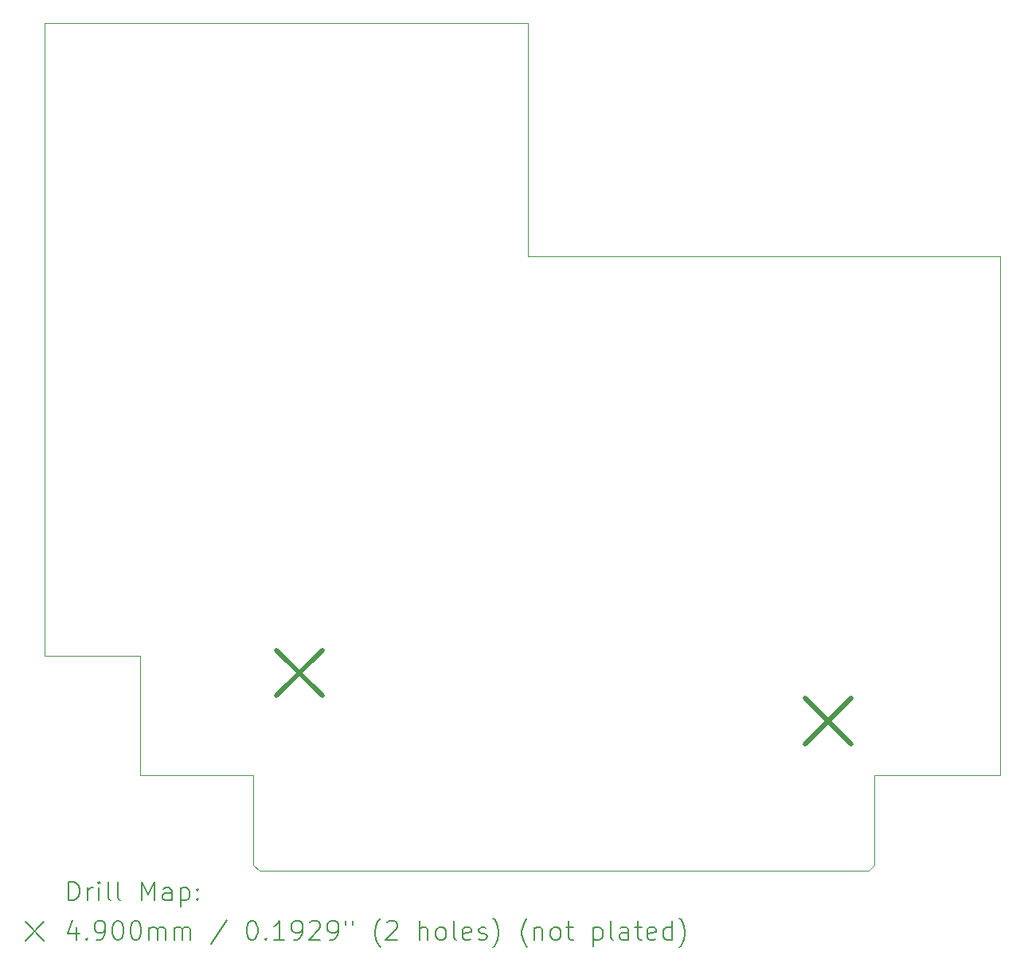
<source format=gbr>
%TF.GenerationSoftware,KiCad,Pcbnew,7.0.7*%
%TF.CreationDate,2023-10-18T23:35:03-07:00*%
%TF.ProjectId,WonrderTANG,576f6e72-6465-4725-9441-4e472e6b6963,rev?*%
%TF.SameCoordinates,Original*%
%TF.FileFunction,Drillmap*%
%TF.FilePolarity,Positive*%
%FSLAX45Y45*%
G04 Gerber Fmt 4.5, Leading zero omitted, Abs format (unit mm)*
G04 Created by KiCad (PCBNEW 7.0.7) date 2023-10-18 23:35:03*
%MOMM*%
%LPD*%
G01*
G04 APERTURE LIST*
%ADD10C,0.050000*%
%ADD11C,0.200000*%
%ADD12C,0.490000*%
G04 APERTURE END LIST*
D10*
X14478000Y-14287500D02*
X14414500Y-14351000D01*
X7874000Y-14287500D02*
X7874000Y-13335000D01*
X10795000Y-5334000D02*
X10795000Y-7810500D01*
X15811000Y-7810500D02*
X15811500Y-13335000D01*
X14414500Y-14351000D02*
X7937500Y-14351000D01*
X10795000Y-7810500D02*
X15811000Y-7810500D01*
X7874000Y-13335000D02*
X6667500Y-13335000D01*
X14478000Y-13335000D02*
X14478000Y-14287500D01*
X6667500Y-12065000D02*
X5651500Y-12065000D01*
X6667500Y-13335000D02*
X6667500Y-12065000D01*
X5651500Y-12065000D02*
X5651500Y-5334000D01*
X5651500Y-5334000D02*
X10795000Y-5334000D01*
X7937500Y-14351000D02*
X7874000Y-14287500D01*
X15811500Y-13335000D02*
X14478000Y-13335000D01*
D11*
D12*
X8121000Y-12001500D02*
X8611000Y-12491500D01*
X8611000Y-12001500D02*
X8121000Y-12491500D01*
X13741000Y-12511500D02*
X14231000Y-13001500D01*
X14231000Y-12511500D02*
X13741000Y-13001500D01*
D11*
X5909777Y-14664984D02*
X5909777Y-14464984D01*
X5909777Y-14464984D02*
X5957396Y-14464984D01*
X5957396Y-14464984D02*
X5985967Y-14474508D01*
X5985967Y-14474508D02*
X6005015Y-14493555D01*
X6005015Y-14493555D02*
X6014539Y-14512603D01*
X6014539Y-14512603D02*
X6024062Y-14550698D01*
X6024062Y-14550698D02*
X6024062Y-14579269D01*
X6024062Y-14579269D02*
X6014539Y-14617365D01*
X6014539Y-14617365D02*
X6005015Y-14636412D01*
X6005015Y-14636412D02*
X5985967Y-14655460D01*
X5985967Y-14655460D02*
X5957396Y-14664984D01*
X5957396Y-14664984D02*
X5909777Y-14664984D01*
X6109777Y-14664984D02*
X6109777Y-14531650D01*
X6109777Y-14569746D02*
X6119301Y-14550698D01*
X6119301Y-14550698D02*
X6128824Y-14541174D01*
X6128824Y-14541174D02*
X6147872Y-14531650D01*
X6147872Y-14531650D02*
X6166920Y-14531650D01*
X6233586Y-14664984D02*
X6233586Y-14531650D01*
X6233586Y-14464984D02*
X6224062Y-14474508D01*
X6224062Y-14474508D02*
X6233586Y-14484031D01*
X6233586Y-14484031D02*
X6243110Y-14474508D01*
X6243110Y-14474508D02*
X6233586Y-14464984D01*
X6233586Y-14464984D02*
X6233586Y-14484031D01*
X6357396Y-14664984D02*
X6338348Y-14655460D01*
X6338348Y-14655460D02*
X6328824Y-14636412D01*
X6328824Y-14636412D02*
X6328824Y-14464984D01*
X6462158Y-14664984D02*
X6443110Y-14655460D01*
X6443110Y-14655460D02*
X6433586Y-14636412D01*
X6433586Y-14636412D02*
X6433586Y-14464984D01*
X6690729Y-14664984D02*
X6690729Y-14464984D01*
X6690729Y-14464984D02*
X6757396Y-14607841D01*
X6757396Y-14607841D02*
X6824062Y-14464984D01*
X6824062Y-14464984D02*
X6824062Y-14664984D01*
X7005015Y-14664984D02*
X7005015Y-14560222D01*
X7005015Y-14560222D02*
X6995491Y-14541174D01*
X6995491Y-14541174D02*
X6976443Y-14531650D01*
X6976443Y-14531650D02*
X6938348Y-14531650D01*
X6938348Y-14531650D02*
X6919301Y-14541174D01*
X7005015Y-14655460D02*
X6985967Y-14664984D01*
X6985967Y-14664984D02*
X6938348Y-14664984D01*
X6938348Y-14664984D02*
X6919301Y-14655460D01*
X6919301Y-14655460D02*
X6909777Y-14636412D01*
X6909777Y-14636412D02*
X6909777Y-14617365D01*
X6909777Y-14617365D02*
X6919301Y-14598317D01*
X6919301Y-14598317D02*
X6938348Y-14588793D01*
X6938348Y-14588793D02*
X6985967Y-14588793D01*
X6985967Y-14588793D02*
X7005015Y-14579269D01*
X7100253Y-14531650D02*
X7100253Y-14731650D01*
X7100253Y-14541174D02*
X7119301Y-14531650D01*
X7119301Y-14531650D02*
X7157396Y-14531650D01*
X7157396Y-14531650D02*
X7176443Y-14541174D01*
X7176443Y-14541174D02*
X7185967Y-14550698D01*
X7185967Y-14550698D02*
X7195491Y-14569746D01*
X7195491Y-14569746D02*
X7195491Y-14626888D01*
X7195491Y-14626888D02*
X7185967Y-14645936D01*
X7185967Y-14645936D02*
X7176443Y-14655460D01*
X7176443Y-14655460D02*
X7157396Y-14664984D01*
X7157396Y-14664984D02*
X7119301Y-14664984D01*
X7119301Y-14664984D02*
X7100253Y-14655460D01*
X7281205Y-14645936D02*
X7290729Y-14655460D01*
X7290729Y-14655460D02*
X7281205Y-14664984D01*
X7281205Y-14664984D02*
X7271682Y-14655460D01*
X7271682Y-14655460D02*
X7281205Y-14645936D01*
X7281205Y-14645936D02*
X7281205Y-14664984D01*
X7281205Y-14541174D02*
X7290729Y-14550698D01*
X7290729Y-14550698D02*
X7281205Y-14560222D01*
X7281205Y-14560222D02*
X7271682Y-14550698D01*
X7271682Y-14550698D02*
X7281205Y-14541174D01*
X7281205Y-14541174D02*
X7281205Y-14560222D01*
X5449000Y-14893500D02*
X5649000Y-15093500D01*
X5649000Y-14893500D02*
X5449000Y-15093500D01*
X5995491Y-14951650D02*
X5995491Y-15084984D01*
X5947872Y-14875460D02*
X5900253Y-15018317D01*
X5900253Y-15018317D02*
X6024062Y-15018317D01*
X6100253Y-15065936D02*
X6109777Y-15075460D01*
X6109777Y-15075460D02*
X6100253Y-15084984D01*
X6100253Y-15084984D02*
X6090729Y-15075460D01*
X6090729Y-15075460D02*
X6100253Y-15065936D01*
X6100253Y-15065936D02*
X6100253Y-15084984D01*
X6205015Y-15084984D02*
X6243110Y-15084984D01*
X6243110Y-15084984D02*
X6262158Y-15075460D01*
X6262158Y-15075460D02*
X6271682Y-15065936D01*
X6271682Y-15065936D02*
X6290729Y-15037365D01*
X6290729Y-15037365D02*
X6300253Y-14999269D01*
X6300253Y-14999269D02*
X6300253Y-14923079D01*
X6300253Y-14923079D02*
X6290729Y-14904031D01*
X6290729Y-14904031D02*
X6281205Y-14894508D01*
X6281205Y-14894508D02*
X6262158Y-14884984D01*
X6262158Y-14884984D02*
X6224062Y-14884984D01*
X6224062Y-14884984D02*
X6205015Y-14894508D01*
X6205015Y-14894508D02*
X6195491Y-14904031D01*
X6195491Y-14904031D02*
X6185967Y-14923079D01*
X6185967Y-14923079D02*
X6185967Y-14970698D01*
X6185967Y-14970698D02*
X6195491Y-14989746D01*
X6195491Y-14989746D02*
X6205015Y-14999269D01*
X6205015Y-14999269D02*
X6224062Y-15008793D01*
X6224062Y-15008793D02*
X6262158Y-15008793D01*
X6262158Y-15008793D02*
X6281205Y-14999269D01*
X6281205Y-14999269D02*
X6290729Y-14989746D01*
X6290729Y-14989746D02*
X6300253Y-14970698D01*
X6424062Y-14884984D02*
X6443110Y-14884984D01*
X6443110Y-14884984D02*
X6462158Y-14894508D01*
X6462158Y-14894508D02*
X6471682Y-14904031D01*
X6471682Y-14904031D02*
X6481205Y-14923079D01*
X6481205Y-14923079D02*
X6490729Y-14961174D01*
X6490729Y-14961174D02*
X6490729Y-15008793D01*
X6490729Y-15008793D02*
X6481205Y-15046888D01*
X6481205Y-15046888D02*
X6471682Y-15065936D01*
X6471682Y-15065936D02*
X6462158Y-15075460D01*
X6462158Y-15075460D02*
X6443110Y-15084984D01*
X6443110Y-15084984D02*
X6424062Y-15084984D01*
X6424062Y-15084984D02*
X6405015Y-15075460D01*
X6405015Y-15075460D02*
X6395491Y-15065936D01*
X6395491Y-15065936D02*
X6385967Y-15046888D01*
X6385967Y-15046888D02*
X6376443Y-15008793D01*
X6376443Y-15008793D02*
X6376443Y-14961174D01*
X6376443Y-14961174D02*
X6385967Y-14923079D01*
X6385967Y-14923079D02*
X6395491Y-14904031D01*
X6395491Y-14904031D02*
X6405015Y-14894508D01*
X6405015Y-14894508D02*
X6424062Y-14884984D01*
X6614539Y-14884984D02*
X6633586Y-14884984D01*
X6633586Y-14884984D02*
X6652634Y-14894508D01*
X6652634Y-14894508D02*
X6662158Y-14904031D01*
X6662158Y-14904031D02*
X6671682Y-14923079D01*
X6671682Y-14923079D02*
X6681205Y-14961174D01*
X6681205Y-14961174D02*
X6681205Y-15008793D01*
X6681205Y-15008793D02*
X6671682Y-15046888D01*
X6671682Y-15046888D02*
X6662158Y-15065936D01*
X6662158Y-15065936D02*
X6652634Y-15075460D01*
X6652634Y-15075460D02*
X6633586Y-15084984D01*
X6633586Y-15084984D02*
X6614539Y-15084984D01*
X6614539Y-15084984D02*
X6595491Y-15075460D01*
X6595491Y-15075460D02*
X6585967Y-15065936D01*
X6585967Y-15065936D02*
X6576443Y-15046888D01*
X6576443Y-15046888D02*
X6566920Y-15008793D01*
X6566920Y-15008793D02*
X6566920Y-14961174D01*
X6566920Y-14961174D02*
X6576443Y-14923079D01*
X6576443Y-14923079D02*
X6585967Y-14904031D01*
X6585967Y-14904031D02*
X6595491Y-14894508D01*
X6595491Y-14894508D02*
X6614539Y-14884984D01*
X6766920Y-15084984D02*
X6766920Y-14951650D01*
X6766920Y-14970698D02*
X6776443Y-14961174D01*
X6776443Y-14961174D02*
X6795491Y-14951650D01*
X6795491Y-14951650D02*
X6824063Y-14951650D01*
X6824063Y-14951650D02*
X6843110Y-14961174D01*
X6843110Y-14961174D02*
X6852634Y-14980222D01*
X6852634Y-14980222D02*
X6852634Y-15084984D01*
X6852634Y-14980222D02*
X6862158Y-14961174D01*
X6862158Y-14961174D02*
X6881205Y-14951650D01*
X6881205Y-14951650D02*
X6909777Y-14951650D01*
X6909777Y-14951650D02*
X6928824Y-14961174D01*
X6928824Y-14961174D02*
X6938348Y-14980222D01*
X6938348Y-14980222D02*
X6938348Y-15084984D01*
X7033586Y-15084984D02*
X7033586Y-14951650D01*
X7033586Y-14970698D02*
X7043110Y-14961174D01*
X7043110Y-14961174D02*
X7062158Y-14951650D01*
X7062158Y-14951650D02*
X7090729Y-14951650D01*
X7090729Y-14951650D02*
X7109777Y-14961174D01*
X7109777Y-14961174D02*
X7119301Y-14980222D01*
X7119301Y-14980222D02*
X7119301Y-15084984D01*
X7119301Y-14980222D02*
X7128824Y-14961174D01*
X7128824Y-14961174D02*
X7147872Y-14951650D01*
X7147872Y-14951650D02*
X7176443Y-14951650D01*
X7176443Y-14951650D02*
X7195491Y-14961174D01*
X7195491Y-14961174D02*
X7205015Y-14980222D01*
X7205015Y-14980222D02*
X7205015Y-15084984D01*
X7595491Y-14875460D02*
X7424063Y-15132603D01*
X7852634Y-14884984D02*
X7871682Y-14884984D01*
X7871682Y-14884984D02*
X7890729Y-14894508D01*
X7890729Y-14894508D02*
X7900253Y-14904031D01*
X7900253Y-14904031D02*
X7909777Y-14923079D01*
X7909777Y-14923079D02*
X7919301Y-14961174D01*
X7919301Y-14961174D02*
X7919301Y-15008793D01*
X7919301Y-15008793D02*
X7909777Y-15046888D01*
X7909777Y-15046888D02*
X7900253Y-15065936D01*
X7900253Y-15065936D02*
X7890729Y-15075460D01*
X7890729Y-15075460D02*
X7871682Y-15084984D01*
X7871682Y-15084984D02*
X7852634Y-15084984D01*
X7852634Y-15084984D02*
X7833586Y-15075460D01*
X7833586Y-15075460D02*
X7824063Y-15065936D01*
X7824063Y-15065936D02*
X7814539Y-15046888D01*
X7814539Y-15046888D02*
X7805015Y-15008793D01*
X7805015Y-15008793D02*
X7805015Y-14961174D01*
X7805015Y-14961174D02*
X7814539Y-14923079D01*
X7814539Y-14923079D02*
X7824063Y-14904031D01*
X7824063Y-14904031D02*
X7833586Y-14894508D01*
X7833586Y-14894508D02*
X7852634Y-14884984D01*
X8005015Y-15065936D02*
X8014539Y-15075460D01*
X8014539Y-15075460D02*
X8005015Y-15084984D01*
X8005015Y-15084984D02*
X7995491Y-15075460D01*
X7995491Y-15075460D02*
X8005015Y-15065936D01*
X8005015Y-15065936D02*
X8005015Y-15084984D01*
X8205015Y-15084984D02*
X8090729Y-15084984D01*
X8147872Y-15084984D02*
X8147872Y-14884984D01*
X8147872Y-14884984D02*
X8128825Y-14913555D01*
X8128825Y-14913555D02*
X8109777Y-14932603D01*
X8109777Y-14932603D02*
X8090729Y-14942127D01*
X8300253Y-15084984D02*
X8338348Y-15084984D01*
X8338348Y-15084984D02*
X8357396Y-15075460D01*
X8357396Y-15075460D02*
X8366920Y-15065936D01*
X8366920Y-15065936D02*
X8385967Y-15037365D01*
X8385967Y-15037365D02*
X8395491Y-14999269D01*
X8395491Y-14999269D02*
X8395491Y-14923079D01*
X8395491Y-14923079D02*
X8385967Y-14904031D01*
X8385967Y-14904031D02*
X8376444Y-14894508D01*
X8376444Y-14894508D02*
X8357396Y-14884984D01*
X8357396Y-14884984D02*
X8319301Y-14884984D01*
X8319301Y-14884984D02*
X8300253Y-14894508D01*
X8300253Y-14894508D02*
X8290729Y-14904031D01*
X8290729Y-14904031D02*
X8281206Y-14923079D01*
X8281206Y-14923079D02*
X8281206Y-14970698D01*
X8281206Y-14970698D02*
X8290729Y-14989746D01*
X8290729Y-14989746D02*
X8300253Y-14999269D01*
X8300253Y-14999269D02*
X8319301Y-15008793D01*
X8319301Y-15008793D02*
X8357396Y-15008793D01*
X8357396Y-15008793D02*
X8376444Y-14999269D01*
X8376444Y-14999269D02*
X8385967Y-14989746D01*
X8385967Y-14989746D02*
X8395491Y-14970698D01*
X8471682Y-14904031D02*
X8481206Y-14894508D01*
X8481206Y-14894508D02*
X8500253Y-14884984D01*
X8500253Y-14884984D02*
X8547872Y-14884984D01*
X8547872Y-14884984D02*
X8566920Y-14894508D01*
X8566920Y-14894508D02*
X8576444Y-14904031D01*
X8576444Y-14904031D02*
X8585968Y-14923079D01*
X8585968Y-14923079D02*
X8585968Y-14942127D01*
X8585968Y-14942127D02*
X8576444Y-14970698D01*
X8576444Y-14970698D02*
X8462158Y-15084984D01*
X8462158Y-15084984D02*
X8585968Y-15084984D01*
X8681206Y-15084984D02*
X8719301Y-15084984D01*
X8719301Y-15084984D02*
X8738349Y-15075460D01*
X8738349Y-15075460D02*
X8747872Y-15065936D01*
X8747872Y-15065936D02*
X8766920Y-15037365D01*
X8766920Y-15037365D02*
X8776444Y-14999269D01*
X8776444Y-14999269D02*
X8776444Y-14923079D01*
X8776444Y-14923079D02*
X8766920Y-14904031D01*
X8766920Y-14904031D02*
X8757396Y-14894508D01*
X8757396Y-14894508D02*
X8738349Y-14884984D01*
X8738349Y-14884984D02*
X8700253Y-14884984D01*
X8700253Y-14884984D02*
X8681206Y-14894508D01*
X8681206Y-14894508D02*
X8671682Y-14904031D01*
X8671682Y-14904031D02*
X8662158Y-14923079D01*
X8662158Y-14923079D02*
X8662158Y-14970698D01*
X8662158Y-14970698D02*
X8671682Y-14989746D01*
X8671682Y-14989746D02*
X8681206Y-14999269D01*
X8681206Y-14999269D02*
X8700253Y-15008793D01*
X8700253Y-15008793D02*
X8738349Y-15008793D01*
X8738349Y-15008793D02*
X8757396Y-14999269D01*
X8757396Y-14999269D02*
X8766920Y-14989746D01*
X8766920Y-14989746D02*
X8776444Y-14970698D01*
X8852634Y-14884984D02*
X8852634Y-14923079D01*
X8928825Y-14884984D02*
X8928825Y-14923079D01*
X9224063Y-15161174D02*
X9214539Y-15151650D01*
X9214539Y-15151650D02*
X9195491Y-15123079D01*
X9195491Y-15123079D02*
X9185968Y-15104031D01*
X9185968Y-15104031D02*
X9176444Y-15075460D01*
X9176444Y-15075460D02*
X9166920Y-15027841D01*
X9166920Y-15027841D02*
X9166920Y-14989746D01*
X9166920Y-14989746D02*
X9176444Y-14942127D01*
X9176444Y-14942127D02*
X9185968Y-14913555D01*
X9185968Y-14913555D02*
X9195491Y-14894508D01*
X9195491Y-14894508D02*
X9214539Y-14865936D01*
X9214539Y-14865936D02*
X9224063Y-14856412D01*
X9290730Y-14904031D02*
X9300253Y-14894508D01*
X9300253Y-14894508D02*
X9319301Y-14884984D01*
X9319301Y-14884984D02*
X9366920Y-14884984D01*
X9366920Y-14884984D02*
X9385968Y-14894508D01*
X9385968Y-14894508D02*
X9395491Y-14904031D01*
X9395491Y-14904031D02*
X9405015Y-14923079D01*
X9405015Y-14923079D02*
X9405015Y-14942127D01*
X9405015Y-14942127D02*
X9395491Y-14970698D01*
X9395491Y-14970698D02*
X9281206Y-15084984D01*
X9281206Y-15084984D02*
X9405015Y-15084984D01*
X9643111Y-15084984D02*
X9643111Y-14884984D01*
X9728825Y-15084984D02*
X9728825Y-14980222D01*
X9728825Y-14980222D02*
X9719301Y-14961174D01*
X9719301Y-14961174D02*
X9700253Y-14951650D01*
X9700253Y-14951650D02*
X9671682Y-14951650D01*
X9671682Y-14951650D02*
X9652634Y-14961174D01*
X9652634Y-14961174D02*
X9643111Y-14970698D01*
X9852634Y-15084984D02*
X9833587Y-15075460D01*
X9833587Y-15075460D02*
X9824063Y-15065936D01*
X9824063Y-15065936D02*
X9814539Y-15046888D01*
X9814539Y-15046888D02*
X9814539Y-14989746D01*
X9814539Y-14989746D02*
X9824063Y-14970698D01*
X9824063Y-14970698D02*
X9833587Y-14961174D01*
X9833587Y-14961174D02*
X9852634Y-14951650D01*
X9852634Y-14951650D02*
X9881206Y-14951650D01*
X9881206Y-14951650D02*
X9900253Y-14961174D01*
X9900253Y-14961174D02*
X9909777Y-14970698D01*
X9909777Y-14970698D02*
X9919301Y-14989746D01*
X9919301Y-14989746D02*
X9919301Y-15046888D01*
X9919301Y-15046888D02*
X9909777Y-15065936D01*
X9909777Y-15065936D02*
X9900253Y-15075460D01*
X9900253Y-15075460D02*
X9881206Y-15084984D01*
X9881206Y-15084984D02*
X9852634Y-15084984D01*
X10033587Y-15084984D02*
X10014539Y-15075460D01*
X10014539Y-15075460D02*
X10005015Y-15056412D01*
X10005015Y-15056412D02*
X10005015Y-14884984D01*
X10185968Y-15075460D02*
X10166920Y-15084984D01*
X10166920Y-15084984D02*
X10128825Y-15084984D01*
X10128825Y-15084984D02*
X10109777Y-15075460D01*
X10109777Y-15075460D02*
X10100253Y-15056412D01*
X10100253Y-15056412D02*
X10100253Y-14980222D01*
X10100253Y-14980222D02*
X10109777Y-14961174D01*
X10109777Y-14961174D02*
X10128825Y-14951650D01*
X10128825Y-14951650D02*
X10166920Y-14951650D01*
X10166920Y-14951650D02*
X10185968Y-14961174D01*
X10185968Y-14961174D02*
X10195492Y-14980222D01*
X10195492Y-14980222D02*
X10195492Y-14999269D01*
X10195492Y-14999269D02*
X10100253Y-15018317D01*
X10271682Y-15075460D02*
X10290730Y-15084984D01*
X10290730Y-15084984D02*
X10328825Y-15084984D01*
X10328825Y-15084984D02*
X10347873Y-15075460D01*
X10347873Y-15075460D02*
X10357396Y-15056412D01*
X10357396Y-15056412D02*
X10357396Y-15046888D01*
X10357396Y-15046888D02*
X10347873Y-15027841D01*
X10347873Y-15027841D02*
X10328825Y-15018317D01*
X10328825Y-15018317D02*
X10300253Y-15018317D01*
X10300253Y-15018317D02*
X10281206Y-15008793D01*
X10281206Y-15008793D02*
X10271682Y-14989746D01*
X10271682Y-14989746D02*
X10271682Y-14980222D01*
X10271682Y-14980222D02*
X10281206Y-14961174D01*
X10281206Y-14961174D02*
X10300253Y-14951650D01*
X10300253Y-14951650D02*
X10328825Y-14951650D01*
X10328825Y-14951650D02*
X10347873Y-14961174D01*
X10424063Y-15161174D02*
X10433587Y-15151650D01*
X10433587Y-15151650D02*
X10452634Y-15123079D01*
X10452634Y-15123079D02*
X10462158Y-15104031D01*
X10462158Y-15104031D02*
X10471682Y-15075460D01*
X10471682Y-15075460D02*
X10481206Y-15027841D01*
X10481206Y-15027841D02*
X10481206Y-14989746D01*
X10481206Y-14989746D02*
X10471682Y-14942127D01*
X10471682Y-14942127D02*
X10462158Y-14913555D01*
X10462158Y-14913555D02*
X10452634Y-14894508D01*
X10452634Y-14894508D02*
X10433587Y-14865936D01*
X10433587Y-14865936D02*
X10424063Y-14856412D01*
X10785968Y-15161174D02*
X10776444Y-15151650D01*
X10776444Y-15151650D02*
X10757396Y-15123079D01*
X10757396Y-15123079D02*
X10747873Y-15104031D01*
X10747873Y-15104031D02*
X10738349Y-15075460D01*
X10738349Y-15075460D02*
X10728825Y-15027841D01*
X10728825Y-15027841D02*
X10728825Y-14989746D01*
X10728825Y-14989746D02*
X10738349Y-14942127D01*
X10738349Y-14942127D02*
X10747873Y-14913555D01*
X10747873Y-14913555D02*
X10757396Y-14894508D01*
X10757396Y-14894508D02*
X10776444Y-14865936D01*
X10776444Y-14865936D02*
X10785968Y-14856412D01*
X10862158Y-14951650D02*
X10862158Y-15084984D01*
X10862158Y-14970698D02*
X10871682Y-14961174D01*
X10871682Y-14961174D02*
X10890730Y-14951650D01*
X10890730Y-14951650D02*
X10919301Y-14951650D01*
X10919301Y-14951650D02*
X10938349Y-14961174D01*
X10938349Y-14961174D02*
X10947873Y-14980222D01*
X10947873Y-14980222D02*
X10947873Y-15084984D01*
X11071682Y-15084984D02*
X11052634Y-15075460D01*
X11052634Y-15075460D02*
X11043111Y-15065936D01*
X11043111Y-15065936D02*
X11033587Y-15046888D01*
X11033587Y-15046888D02*
X11033587Y-14989746D01*
X11033587Y-14989746D02*
X11043111Y-14970698D01*
X11043111Y-14970698D02*
X11052634Y-14961174D01*
X11052634Y-14961174D02*
X11071682Y-14951650D01*
X11071682Y-14951650D02*
X11100254Y-14951650D01*
X11100254Y-14951650D02*
X11119301Y-14961174D01*
X11119301Y-14961174D02*
X11128825Y-14970698D01*
X11128825Y-14970698D02*
X11138349Y-14989746D01*
X11138349Y-14989746D02*
X11138349Y-15046888D01*
X11138349Y-15046888D02*
X11128825Y-15065936D01*
X11128825Y-15065936D02*
X11119301Y-15075460D01*
X11119301Y-15075460D02*
X11100254Y-15084984D01*
X11100254Y-15084984D02*
X11071682Y-15084984D01*
X11195492Y-14951650D02*
X11271682Y-14951650D01*
X11224063Y-14884984D02*
X11224063Y-15056412D01*
X11224063Y-15056412D02*
X11233587Y-15075460D01*
X11233587Y-15075460D02*
X11252634Y-15084984D01*
X11252634Y-15084984D02*
X11271682Y-15084984D01*
X11490730Y-14951650D02*
X11490730Y-15151650D01*
X11490730Y-14961174D02*
X11509777Y-14951650D01*
X11509777Y-14951650D02*
X11547873Y-14951650D01*
X11547873Y-14951650D02*
X11566920Y-14961174D01*
X11566920Y-14961174D02*
X11576444Y-14970698D01*
X11576444Y-14970698D02*
X11585968Y-14989746D01*
X11585968Y-14989746D02*
X11585968Y-15046888D01*
X11585968Y-15046888D02*
X11576444Y-15065936D01*
X11576444Y-15065936D02*
X11566920Y-15075460D01*
X11566920Y-15075460D02*
X11547873Y-15084984D01*
X11547873Y-15084984D02*
X11509777Y-15084984D01*
X11509777Y-15084984D02*
X11490730Y-15075460D01*
X11700253Y-15084984D02*
X11681206Y-15075460D01*
X11681206Y-15075460D02*
X11671682Y-15056412D01*
X11671682Y-15056412D02*
X11671682Y-14884984D01*
X11862158Y-15084984D02*
X11862158Y-14980222D01*
X11862158Y-14980222D02*
X11852634Y-14961174D01*
X11852634Y-14961174D02*
X11833587Y-14951650D01*
X11833587Y-14951650D02*
X11795492Y-14951650D01*
X11795492Y-14951650D02*
X11776444Y-14961174D01*
X11862158Y-15075460D02*
X11843111Y-15084984D01*
X11843111Y-15084984D02*
X11795492Y-15084984D01*
X11795492Y-15084984D02*
X11776444Y-15075460D01*
X11776444Y-15075460D02*
X11766920Y-15056412D01*
X11766920Y-15056412D02*
X11766920Y-15037365D01*
X11766920Y-15037365D02*
X11776444Y-15018317D01*
X11776444Y-15018317D02*
X11795492Y-15008793D01*
X11795492Y-15008793D02*
X11843111Y-15008793D01*
X11843111Y-15008793D02*
X11862158Y-14999269D01*
X11928825Y-14951650D02*
X12005015Y-14951650D01*
X11957396Y-14884984D02*
X11957396Y-15056412D01*
X11957396Y-15056412D02*
X11966920Y-15075460D01*
X11966920Y-15075460D02*
X11985968Y-15084984D01*
X11985968Y-15084984D02*
X12005015Y-15084984D01*
X12147873Y-15075460D02*
X12128825Y-15084984D01*
X12128825Y-15084984D02*
X12090730Y-15084984D01*
X12090730Y-15084984D02*
X12071682Y-15075460D01*
X12071682Y-15075460D02*
X12062158Y-15056412D01*
X12062158Y-15056412D02*
X12062158Y-14980222D01*
X12062158Y-14980222D02*
X12071682Y-14961174D01*
X12071682Y-14961174D02*
X12090730Y-14951650D01*
X12090730Y-14951650D02*
X12128825Y-14951650D01*
X12128825Y-14951650D02*
X12147873Y-14961174D01*
X12147873Y-14961174D02*
X12157396Y-14980222D01*
X12157396Y-14980222D02*
X12157396Y-14999269D01*
X12157396Y-14999269D02*
X12062158Y-15018317D01*
X12328825Y-15084984D02*
X12328825Y-14884984D01*
X12328825Y-15075460D02*
X12309777Y-15084984D01*
X12309777Y-15084984D02*
X12271682Y-15084984D01*
X12271682Y-15084984D02*
X12252634Y-15075460D01*
X12252634Y-15075460D02*
X12243111Y-15065936D01*
X12243111Y-15065936D02*
X12233587Y-15046888D01*
X12233587Y-15046888D02*
X12233587Y-14989746D01*
X12233587Y-14989746D02*
X12243111Y-14970698D01*
X12243111Y-14970698D02*
X12252634Y-14961174D01*
X12252634Y-14961174D02*
X12271682Y-14951650D01*
X12271682Y-14951650D02*
X12309777Y-14951650D01*
X12309777Y-14951650D02*
X12328825Y-14961174D01*
X12405015Y-15161174D02*
X12414539Y-15151650D01*
X12414539Y-15151650D02*
X12433587Y-15123079D01*
X12433587Y-15123079D02*
X12443111Y-15104031D01*
X12443111Y-15104031D02*
X12452634Y-15075460D01*
X12452634Y-15075460D02*
X12462158Y-15027841D01*
X12462158Y-15027841D02*
X12462158Y-14989746D01*
X12462158Y-14989746D02*
X12452634Y-14942127D01*
X12452634Y-14942127D02*
X12443111Y-14913555D01*
X12443111Y-14913555D02*
X12433587Y-14894508D01*
X12433587Y-14894508D02*
X12414539Y-14865936D01*
X12414539Y-14865936D02*
X12405015Y-14856412D01*
M02*

</source>
